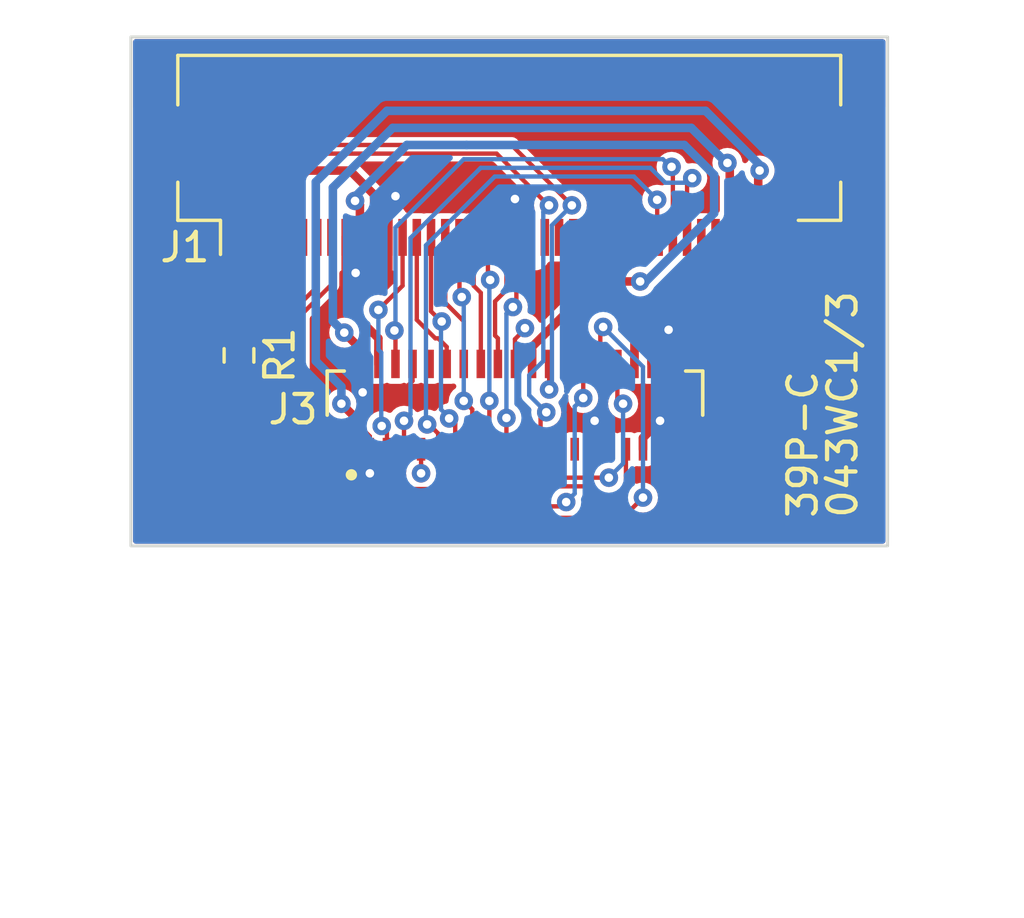
<source format=kicad_pcb>
(kicad_pcb (version 20240108) (generator "pcbnew") (generator_version "8.0")
  (layers (0 "F.Cu" signal) (31 "B.Cu" signal) (34 "B.Paste" user) (35 "F.Paste" user) (36 "B.SilkS" user "B.Silkscreen") (37 "F.SilkS" user "F.Silkscreen") (38 "B.Mask" user) (39 "F.Mask" user) (44 "Edge.Cuts" user))
  (net 0 "")
  (net 1 "VGL")
  (net 2 "GND")
  (net 3 "VGH")
  (net 4 "VCOM")
  (net 5 "VPOS")
  (net 6 "VNEG")
  (net 7 "+3V3")
  (net 10 "/BORDER")
  (net 14 "/GDOE")
  (net 15 "/GDCLK")
  (net 16 "/GDSP")
  (net 17 "/ESDCLK")
  (net 18 "/ED0")
  (net 19 "/ED8")
  (net 20 "/ED1")
  (net 21 "/ED9")
  (net 22 "/ED2")
  (net 23 "/ED10")
  (net 24 "/ED3")
  (net 25 "/ED11")
  (net 26 "/ED4")
  (net 27 "/ED12")
  (net 28 "/ED5")
  (net 29 "/ED13")
  (net 30 "/ED6")
  (net 31 "/ED14")
  (net 32 "/ED7")
  (net 33 "/ED15")
  (net 34 "/SDCE0")
  (net 35 "/ESDLE")
  (net 36 "/ESDOE")
  (net 47 "Net-(J3-Pin_30)")
  (net 49 "unconnected-(J3-Pin_9-Pad9)")
  (net 51 "unconnected-(J3-Pin_20-Pad20)")
  (footprint "footprints:Hirose_FH12-40S-0.5SH_1x40-1MP_P0.50mm_Horizontal_Reversed" (layer "F.Cu") (at 165.9 78.15 180)
    (property "Reference" "J1" (at 11.4 -2.25 0) (layer "F.SilkS"))
    (property "Value" "FH12-40S-0.5SH")
    (fp_line (start 11.65 4.5) (end 11.65 2.76) (stroke (width 0.12)) (layer "F.SilkS"))
    (fp_line (start 11.65 -1.3) (end 11.65 0.04) (stroke (width 0.12)) (layer "F.SilkS"))
    (fp_line (start 10.16 -1.3) (end 11.65 -1.3) (stroke (width 0.12)) (layer "F.SilkS"))
    (fp_line (start 10.15 -1.3) (end 10.15 -2.5) (stroke (width 0.12)) (layer "F.SilkS"))
    (fp_line (start -10.16 -1.3) (end -11.65 -1.3) (stroke (width 0.12)) (layer "F.SilkS"))
    (fp_line (start -11.65 4.5) (end 11.65 4.5) (stroke (width 0.12)) (layer "F.SilkS"))
    (fp_line (start -11.65 2.76) (end -11.65 4.5) (stroke (width 0.12)) (layer "F.SilkS"))
    (fp_line (start -11.65 -1.3) (end -11.65 0.04) (stroke (width 0.12)) (layer "F.SilkS"))
    (pad "1" smd rect (at 9.75 -1.9) (size 0.3 1.3) (layers "F.Cu" "F.Paste" "F.Mask") (net 1 "VGL"))
    (pad "2" smd rect (at 9.25 -1.9) (size 0.3 1.3) (layers "F.Cu" "F.Paste" "F.Mask"))
    (pad "3" smd rect (at 8.75 -1.9) (size 0.3 1.3) (layers "F.Cu" "F.Paste" "F.Mask") (net 3 "VGH"))
    (pad "4" smd rect (at 8.25 -1.9) (size 0.3 1.3) (layers "F.Cu" "F.Paste" "F.Mask"))
    (pad "5" smd rect (at 7.75 -1.9) (size 0.3 1.3) (layers "F.Cu" "F.Paste" "F.Mask") (net 7 "+3V3"))
    (pad "6" smd rect (at 7.25 -1.9) (size 0.3 1.3) (layers "F.Cu" "F.Paste" "F.Mask") (net 14 "/GDOE"))
    (pad "7" smd rect (at 6.75 -1.9) (size 0.3 1.3) (layers "F.Cu" "F.Paste" "F.Mask") (net 15 "/GDCLK"))
    (pad "8" smd rect (at 6.25 -1.9) (size 0.3 1.3) (layers "F.Cu" "F.Paste" "F.Mask") (net 16 "/GDSP"))
    (pad "9" smd rect (at 5.75 -1.9) (size 0.3 1.3) (layers "F.Cu" "F.Paste" "F.Mask") (net 2 "GND"))
    (pad "10" smd rect (at 5.25 -1.9) (size 0.3 1.3) (layers "F.Cu" "F.Paste" "F.Mask") (net 4 "VCOM"))
    (pad "11" smd rect (at 4.75 -1.9) (size 0.3 1.3) (layers "F.Cu" "F.Paste" "F.Mask") (net 7 "+3V3"))
    (pad "12" smd rect (at 4.25 -1.9) (size 0.3 1.3) (layers "F.Cu" "F.Paste" "F.Mask") (net 2 "GND"))
    (pad "13" smd rect (at 3.75 -1.9) (size 0.3 1.3) (layers "F.Cu" "F.Paste" "F.Mask") (net 17 "/ESDCLK"))
    (pad "14" smd rect (at 3.25 -1.9) (size 0.3 1.3) (layers "F.Cu" "F.Paste" "F.Mask") (net 18 "/ED0"))
    (pad "15" smd rect (at 2.75 -1.9) (size 0.3 1.3) (layers "F.Cu" "F.Paste" "F.Mask") (net 20 "/ED1"))
    (pad "16" smd rect (at 2.25 -1.9) (size 0.3 1.3) (layers "F.Cu" "F.Paste" "F.Mask") (net 22 "/ED2"))
    (pad "17" smd rect (at 1.75 -1.9) (size 0.3 1.3) (layers "F.Cu" "F.Paste" "F.Mask") (net 24 "/ED3"))
    (pad "18" smd rect (at 1.25 -1.9) (size 0.3 1.3) (layers "F.Cu" "F.Paste" "F.Mask") (net 26 "/ED4"))
    (pad "19" smd rect (at 0.75 -1.9) (size 0.3 1.3) (layers "F.Cu" "F.Paste" "F.Mask") (net 28 "/ED5"))
    (pad "20" smd rect (at 0.25 -1.9) (size 0.3 1.3) (layers "F.Cu" "F.Paste" "F.Mask") (net 30 "/ED6"))
    (pad "21" smd rect (at -0.25 -1.9) (size 0.3 1.3) (layers "F.Cu" "F.Paste" "F.Mask") (net 32 "/ED7"))
    (pad "22" smd rect (at -0.75 -1.9) (size 0.3 1.3) (layers "F.Cu" "F.Paste" "F.Mask") (net 2 "GND"))
    (pad "23" smd rect (at -1.25 -1.9) (size 0.3 1.3) (layers "F.Cu" "F.Paste" "F.Mask") (net 19 "/ED8"))
    (pad "24" smd rect (at -1.75 -1.9) (size 0.3 1.3) (layers "F.Cu" "F.Paste" "F.Mask") (net 21 "/ED9"))
    (pad "25" smd rect (at -2.25 -1.9) (size 0.3 1.3) (layers "F.Cu" "F.Paste" "F.Mask") (net 23 "/ED10"))
    (pad "26" smd rect (at -2.75 -1.9) (size 0.3 1.3) (layers "F.Cu" "F.Paste" "F.Mask") (net 25 "/ED11"))
    (pad "27" smd rect (at -3.25 -1.9) (size 0.3 1.3) (layers "F.Cu" "F.Paste" "F.Mask") (net 27 "/ED12"))
    (pad "28" smd rect (at -3.75 -1.9) (size 0.3 1.3) (layers "F.Cu" "F.Paste" "F.Mask") (net 29 "/ED13"))
    (pad "29" smd rect (at -4.25 -1.9) (size 0.3 1.3) (layers "F.Cu" "F.Paste" "F.Mask") (net 31 "/ED14"))
    (pad "30" smd rect (at -4.75 -1.9) (size 0.3 1.3) (layers "F.Cu" "F.Paste" "F.Mask") (net 33 "/ED15"))
    (pad "31" smd rect (at -5.25 -1.9) (size 0.3 1.3) (layers "F.Cu" "F.Paste" "F.Mask") (net 34 "/SDCE0"))
    (pad "32" smd rect (at -5.75 -1.9) (size 0.3 1.3) (layers "F.Cu" "F.Paste" "F.Mask") (net 35 "/ESDLE"))
    (pad "33" smd rect (at -6.25 -1.9) (size 0.3 1.3) (layers "F.Cu" "F.Paste" "F.Mask") (net 36 "/ESDOE"))
    (pad "34" smd rect (at -6.75 -1.9) (size 0.3 1.3) (layers "F.Cu" "F.Paste" "F.Mask"))
    (pad "35" smd rect (at -7.25 -1.9) (size 0.3 1.3) (layers "F.Cu" "F.Paste" "F.Mask"))
    (pad "36" smd rect (at -7.75 -1.9) (size 0.3 1.3) (layers "F.Cu" "F.Paste" "F.Mask") (net 5 "VPOS"))
    (pad "37" smd rect (at -8.25 -1.9) (size 0.3 1.3) (layers "F.Cu" "F.Paste" "F.Mask"))
    (pad "38" smd rect (at -8.75 -1.9) (size 0.3 1.3) (layers "F.Cu" "F.Paste" "F.Mask") (net 6 "VNEG"))
    (pad "39" smd rect (at -9.25 -1.9) (size 0.3 1.3) (layers "F.Cu" "F.Paste" "F.Mask"))
    (pad "40" smd rect (at -9.75 -1.9) (size 0.3 1.3) (layers "F.Cu" "F.Paste" "F.Mask") (net 10 "/BORDER"))
    (pad "MP" smd rect (at -11.65 1.4 180) (size 1.8 2.2) (layers "F.Cu" "F.Paste" "F.Mask") (net 2 "GND"))
    (pad "MP" smd rect (at 11.65 1.4 180) (size 1.8 2.2) (layers "F.Cu" "F.Paste" "F.Mask") (net 2 "GND"))
  )
  (footprint "Resistor_SMD:R_0603_1608Metric" (layer "F.Cu") (at 156.4 84.2 -90)
    (property "Reference" "R1" (at 0 -1.43 90) (layer "F.SilkS"))
    (property "Value" "1K")
    (fp_line (start -0.237258 0.5225) (end 0.237258 0.5225) (stroke (width 0.12)) (layer "F.SilkS"))
    (fp_line (start -0.237258 -0.5225) (end 0.237258 -0.5225) (stroke (width 0.12)) (layer "F.SilkS"))
    (pad "1" smd roundrect (at -0.825 0 270) (size 0.8 0.95) (layers "F.Cu" "F.Paste" "F.Mask") (net 7 "+3V3"))
    (pad "2" smd roundrect (at 0.825 0 270) (size 0.8 0.95) (layers "F.Cu" "F.Paste" "F.Mask") (net 47 "Net-(J3-Pin_30)"))
  )
  (footprint "footprints:HRS_FH26W-39S-0.3SHW(60)" (layer "F.Cu") (at 166.1 86.1)
    (property "Reference" "J3" (at -7.8 0 0) (layer "F.SilkS"))
    (property "Value" "10064555-392120HLF")
    (fp_line (start -6.6 -1.35) (end -6 -1.35) (stroke (width 0.127)) (layer "F.SilkS"))
    (fp_line (start -6.6 0.2) (end -6.6 -1.35) (stroke (width 0.127)) (layer "F.SilkS"))
    (fp_line (start 6.6 -1.35) (end 6 -1.35) (stroke (width 0.127)) (layer "F.SilkS"))
    (fp_line (start 6.6 0.2) (end 6.6 -1.35) (stroke (width 0.127)) (layer "F.SilkS"))
    (fp_circle (center -5.75 2.3) (end -5.65 2.3) (stroke (width 0.2)) (fill none) (layer "F.SilkS"))
    (pad "1" smd rect (at -5.7 1.4) (size 0.3 0.8) (layers "F.Cu" "F.Paste" "F.Mask") (net 6 "VNEG"))
    (pad "2" smd rect (at -5.4 -1.6) (size 0.3 1) (layers "F.Cu" "F.Paste" "F.Mask") (net 5 "VPOS"))
    (pad "3" smd rect (at -5.1 1.4) (size 0.3 0.8) (layers "F.Cu" "F.Paste" "F.Mask") (net 2 "GND"))
    (pad "4" smd rect (at -4.8 -1.6) (size 0.3 1) (layers "F.Cu" "F.Paste" "F.Mask") (net 7 "+3V3"))
    (pad "5" smd rect (at -4.5 1.4) (size 0.3 0.8) (layers "F.Cu" "F.Paste" "F.Mask") (net 17 "/ESDCLK"))
    (pad "6" smd rect (at -4.2 -1.6) (size 0.3 1) (layers "F.Cu" "F.Paste" "F.Mask") (net 35 "/ESDLE"))
    (pad "7" smd rect (at -3.9 1.4) (size 0.3 0.8) (layers "F.Cu" "F.Paste" "F.Mask") (net 36 "/ESDOE"))
    (pad "8" smd rect (at -3.6 -1.6) (size 0.3 1) (layers "F.Cu" "F.Paste" "F.Mask"))
    (pad "9" smd rect (at -3.3 1.4) (size 0.3 0.8) (layers "F.Cu" "F.Paste" "F.Mask") (net 49 "unconnected-(J3-Pin_9-Pad9)"))
    (pad "10" smd rect (at -3 -1.6) (size 0.3 1) (layers "F.Cu" "F.Paste" "F.Mask"))
    (pad "11" smd rect (at -2.7 1.4) (size 0.3 0.8) (layers "F.Cu" "F.Paste" "F.Mask") (net 34 "/SDCE0"))
    (pad "12" smd rect (at -2.4 -1.6) (size 0.3 1) (layers "F.Cu" "F.Paste" "F.Mask") (net 18 "/ED0"))
    (pad "13" smd rect (at -2.1 1.4) (size 0.3 0.8) (layers "F.Cu" "F.Paste" "F.Mask") (net 20 "/ED1"))
    (pad "14" smd rect (at -1.8 -1.6) (size 0.3 1) (layers "F.Cu" "F.Paste" "F.Mask") (net 22 "/ED2"))
    (pad "15" smd rect (at -1.5 1.4) (size 0.3 0.8) (layers "F.Cu" "F.Paste" "F.Mask") (net 24 "/ED3"))
    (pad "16" smd rect (at -1.2 -1.6) (size 0.3 1) (layers "F.Cu" "F.Paste" "F.Mask") (net 26 "/ED4"))
    (pad "17" smd rect (at -0.9 1.4) (size 0.3 0.8) (layers "F.Cu" "F.Paste" "F.Mask") (net 28 "/ED5"))
    (pad "18" smd rect (at -0.6 -1.6) (size 0.3 1) (layers "F.Cu" "F.Paste" "F.Mask") (net 30 "/ED6"))
    (pad "19" smd rect (at -0.3 1.4) (size 0.3 0.8) (layers "F.Cu" "F.Paste" "F.Mask") (net 32 "/ED7"))
    (pad "20" smd rect (at 0 -1.6) (size 0.3 1) (layers "F.Cu" "F.Paste" "F.Mask") (net 51 "unconnected-(J3-Pin_20-Pad20)"))
    (pad "21" smd rect (at 0.3 1.4) (size 0.3 0.8) (layers "F.Cu" "F.Paste" "F.Mask"))
    (pad "22" smd rect (at 0.6 -1.6) (size 0.3 1) (layers "F.Cu" "F.Paste" "F.Mask") (net 4 "VCOM"))
    (pad "23" smd rect (at 0.9 1.4) (size 0.3 0.8) (layers "F.Cu" "F.Paste" "F.Mask") (net 3 "VGH"))
    (pad "24" smd rect (at 1.2 -1.6) (size 0.3 1) (layers "F.Cu" "F.Paste" "F.Mask") (net 1 "VGL"))
    (pad "25" smd rect (at 1.5 1.4) (size 0.3 0.8) (layers "F.Cu" "F.Paste" "F.Mask"))
    (pad "26" smd rect (at 1.8 -1.6) (size 0.3 1) (layers "F.Cu" "F.Paste" "F.Mask"))
    (pad "27" smd rect (at 2.1 1.4) (size 0.3 0.8) (layers "F.Cu" "F.Paste" "F.Mask"))
    (pad "28" smd rect (at 2.4 -1.6) (size 0.3 1) (layers "F.Cu" "F.Paste" "F.Mask") (net 14 "/GDOE"))
    (pad "29" smd rect (at 2.7 1.4) (size 0.3 0.8) (layers "F.Cu" "F.Paste" "F.Mask"))
    (pad "30" smd rect (at 3 -1.6) (size 0.3 1) (layers "F.Cu" "F.Paste" "F.Mask") (net 47 "Net-(J3-Pin_30)"))
    (pad "31" smd rect (at 3.3 1.4) (size 0.3 0.8) (layers "F.Cu" "F.Paste" "F.Mask"))
    (pad "32" smd rect (at 3.6 -1.6) (size 0.3 1) (layers "F.Cu" "F.Paste" "F.Mask") (net 16 "/GDSP"))
    (pad "33" smd rect (at 3.9 1.4) (size 0.3 0.8) (layers "F.Cu" "F.Paste" "F.Mask") (net 15 "/GDCLK"))
    (pad "34" smd rect (at 4.2 -1.6) (size 0.3 1) (layers "F.Cu" "F.Paste" "F.Mask") (net 10 "/BORDER"))
    (pad "35" smd rect (at 4.5 1.4) (size 0.3 0.8) (layers "F.Cu" "F.Paste" "F.Mask"))
    (pad "36" smd rect (at 4.8 -1.6) (size 0.3 1) (layers "F.Cu" "F.Paste" "F.Mask"))
    (pad "37" smd rect (at 5.1 1.4) (size 0.3 0.8) (layers "F.Cu" "F.Paste" "F.Mask"))
    (pad "38" smd rect (at 5.4 -1.6) (size 0.3 1) (layers "F.Cu" "F.Paste" "F.Mask"))
    (pad "39" smd rect (at 5.7 1.4) (size 0.3 0.8) (layers "F.Cu" "F.Paste" "F.Mask") (net 2 "GND"))
    (pad "S1" smd rect (at -6.4 1.125) (size 0.4 0.95) (layers "F.Cu" "F.Paste" "F.Mask"))
    (pad "S2" smd rect (at 6.4 1.125) (size 0.4 0.95) (layers "F.Cu" "F.Paste" "F.Mask"))
  )
  (gr_rect (start 152.6 73) (end 179.2 90.9) (stroke (width 0.1)) (fill none) (layer "Edge.Cuts"))
  (gr_text "043WC1/3" (at 178.2 90 90) (layer "F.SilkS") (effects (font (size 1 1)) (justify left bottom)))
  (gr_text "39P-C" (at 176.8 90 90) (layer "F.SilkS") (effects (font (size 1 1)) (justify left bottom)))
  (segment (start 157.5 76.8) (end 156.15 78.15) (width 0.1524) (layer "F.Cu") (net 1))
  (segment (start 156.15 78.15) (end 156.15 80.05) (width 0.1524) (layer "F.Cu") (net 1))
  (segment (start 167.3 84.5) (end 167.3 85.4) (width 0.1524) (layer "F.Cu") (net 1))
  (segment (start 168.1 78.923098) (end 165.976902 76.8) (width 0.1524) (layer "F.Cu") (net 1))
  (segment (start 165.976902 76.8) (end 157.5 76.8) (width 0.1524) (layer "F.Cu") (net 1))
  (via (at 168.1 78.923098) (size 0.65) (drill 0.3) (layers "F.Cu" "B.Cu") (net 1))
  (via (at 167.3 85.4) (size 0.65) (drill 0.3) (layers "F.Cu" "B.Cu") (net 1))
  (segment (start 168.1 78.923098) (end 167.4 79.623098) (width 0.1524) (layer "B.Cu") (net 1))
  (segment (start 167.4 79.623098) (end 167.4 85.3) (width 0.1524) (layer "B.Cu") (net 1))
  (segment (start 167.4 85.3) (end 167.3 85.4) (width 0.1524) (layer "B.Cu") (net 1))
  (segment (start 168.8 86.6) (end 168.9 86.5) (width 0.3) (layer "F.Cu") (net 2))
  (segment (start 171.2 87.5) (end 171.2 86.5) (width 0.3) (layer "F.Cu") (net 2))
  (segment (start 166.65 78.85) (end 166.6 78.8) (width 0.1524) (layer "F.Cu") (net 2))
  (segment (start 160.95 86.15) (end 161.4 85.7) (width 0.1524) (layer "F.Cu") (net 2))
  (segment (start 170.6 87.1) (end 171.2 86.5) (width 0.3) (layer "F.Cu") (net 2))
  (segment (start 169.4 87) (end 168.9 86.5) (width 0.3) (layer "F.Cu") (net 2))
  (segment (start 171.1 83.3) (end 171.5 83.3) (width 0.3) (layer "F.Cu") (net 2))
  (segment (start 160.15 81.05) (end 160.474392 81.374392) (width 0.1524) (layer "F.Cu") (net 2))
  (segment (start 170.9 83.5) (end 171.1 83.3) (width 0.3) (layer "F.Cu") (net 2))
  (segment (start 170.6 87.5) (end 170.6 87.1) (width 0.3) (layer "F.Cu") (net 2))
  (segment (start 160.8 86.846863) (end 160.8 86.3) (width 0.1524) (layer "F.Cu") (net 2))
  (segment (start 166.4 78.8) (end 166.2 78.8) (width 0.1524) (layer "F.Cu") (net 2))
  (segment (start 161.8 78.6) (end 161.9 78.6) (width 0.1524) (layer "F.Cu") (net 2))
  (segment (start 161 88.3719) (end 161 88.3469) (width 0.1524) (layer "F.Cu") (net 2))
  (segment (start 161.65 80.05) (end 161.65 78.75) (width 0.1524) (layer "F.Cu") (net 2))
  (segment (start 161 87.046863) (end 160.8 86.846863) (width 0.1524) (layer "F.Cu") (net 2))
  (segment (start 160.474392 81.374392) (end 160.5 81.348784) (width 0.1524) (layer "F.Cu") (net 2))
  (segment (start 168.8 87.5) (end 168.8 86.6) (width 0.3) (layer "F.Cu") (net 2))
  (segment (start 166.6 78.8) (end 166.4 78.8) (width 0.1524) (layer "F.Cu") (net 2))
  (segment (start 171.8 87.1) (end 171.2 86.5) (width 0.3) (layer "F.Cu") (net 2))
  (segment (start 161.4 85.7) (end 161.9 85.7) (width 0.1524) (layer "F.Cu") (net 2))
  (segment (start 162.5 84.5) (end 162.5 85.1) (width 0.1524) (layer "F.Cu") (net 2))
  (segment (start 161 87.5) (end 161 87.046863) (width 0.1524) (layer "F.Cu") (net 2))
  (segment (start 160.95 86.15) (end 160.95 85.7036) (width 0.1524) (layer "F.Cu") (net 2))
  (segment (start 160.8 86.3) (end 160.95 86.15) (width 0.1524) (layer "F.Cu") (net 2))
  (segment (start 170.9 84.5) (end 170.9 83.5) (width 0.3) (layer "F.Cu") (net 2))
  (segment (start 166.65 80.05) (end 166.65 78.85) (width 0.1524) (layer "F.Cu") (net 2))
  (segment (start 161 87.5) (end 161 88.3719) (width 0.1524) (layer "F.Cu") (net 2))
  (segment (start 171.8 87.5) (end 171.8 87.1) (width 0.3) (layer "F.Cu") (net 2))
  (segment (start 162.5 85.1) (end 161.9 85.7) (width 0.1524) (layer "F.Cu") (net 2))
  (segment (start 166.2 78.8) (end 166.1 78.7) (width 0.1524) (layer "F.Cu") (net 2))
  (segment (start 160.5 81.348784) (end 160.5 81.3) (width 0.1524) (layer "F.Cu") (net 2))
  (segment (start 169.4 87.5) (end 169.4 87) (width 0.3) (layer "F.Cu") (net 2))
  (segment (start 160.15 80.05) (end 160.15 81.05) (width 0.1524) (layer "F.Cu") (net 2))
  (segment (start 171.5 84.5) (end 171.5 83.3) (width 0.3) (layer "F.Cu") (net 2))
  (segment (start 160.95 85.7036) (end 160.7464 85.5) (width 0.1524) (layer "F.Cu") (net 2))
  (segment (start 161.65 78.75) (end 161.8 78.6) (width 0.1524) (layer "F.Cu") (net 2))
  (via (at 168.9 86.5) (size 0.65) (drill 0.3) (layers "F.Cu" "B.Cu") (net 2))
  (via (at 166.1 78.7) (size 0.65) (drill 0.3) (layers "F.Cu" "B.Cu") (net 2))
  (via (at 171.5 83.3) (size 0.65) (drill 0.3) (layers "F.Cu" "B.Cu") (net 2))
  (via (at 161.9 78.6) (size 0.65) (drill 0.3) (layers "F.Cu" "B.Cu") (net 2))
  (via (at 161 88.3469) (size 0.65) (drill 0.3) (layers "F.Cu" "B.Cu") (net 2))
  (via (at 160.7464 85.5) (size 0.65) (drill 0.3) (layers "F.Cu" "B.Cu") (net 2))
  (via (at 171.2 86.5) (size 0.65) (drill 0.3) (layers "F.Cu" "B.Cu") (net 2))
  (via (at 160.5 81.3) (size 0.65) (drill 0.3) (layers "F.Cu" "B.Cu") (net 2))
  (segment (start 157.15 78.25) (end 157.15 80.05) (width 0.1524) (layer "F.Cu") (net 3))
  (segment (start 167.2 86.2) (end 167 86.4) (width 0.1524) (layer "F.Cu") (net 3))
  (segment (start 165.456222 77.10432) (end 158.29568 77.10432) (width 0.1524) (layer "F.Cu") (net 3))
  (segment (start 167 86.4) (end 167 87.5) (width 0.1524) (layer "F.Cu") (net 3))
  (segment (start 167.3 78.948098) (end 165.456222 77.10432) (width 0.1524) (layer "F.Cu") (net 3))
  (segment (start 158.29568 77.10432) (end 157.15 78.25) (width 0.1524) (layer "F.Cu") (net 3))
  (via (at 167.296566 78.921232) (size 0.65) (drill 0.3) (layers "F.Cu" "B.Cu") (net 3))
  (via (at 167.2 86.2) (size 0.65) (drill 0.3) (layers "F.Cu" "B.Cu") (net 3))
  (segment (start 167.3 78.924666) (end 167.296566 78.921232) (width 0.1524) (layer "B.Cu") (net 3))
  (segment (start 167.3 78.948098) (end 167.3 78.924666) (width 0.1524) (layer "B.Cu") (net 3))
  (segment (start 167.09568 79.152418) (end 167.09568 84.4) (width 0.1524) (layer "B.Cu") (net 3))
  (segment (start 166.6 84.89568) (end 166.6 85.6) (width 0.1524) (layer "B.Cu") (net 3))
  (segment (start 166.6 85.6) (end 167.2 86.2) (width 0.1524) (layer "B.Cu") (net 3))
  (segment (start 167.3 78.948098) (end 167.09568 79.152418) (width 0.1524) (layer "B.Cu") (net 3))
  (segment (start 167.09568 84.4) (end 166.6 84.89568) (width 0.1524) (layer "B.Cu") (net 3))
  (segment (start 169 81.6) (end 166.7 83.9) (width 0.3) (layer "F.Cu") (net 4))
  (segment (start 160.474392 78.725608) (end 160.478603 78.729819) (width 0.3) (layer "F.Cu") (net 4))
  (segment (start 170.5 81.6) (end 169 81.6) (width 0.3) (layer "F.Cu") (net 4))
  (segment (start 160.65 80.05) (end 160.65 78.901216) (width 0.3) (layer "F.Cu") (net 4))
  (segment (start 166.7 83.9) (end 166.7 84.5) (width 0.3) (layer "F.Cu") (net 4))
  (segment (start 160.65 78.901216) (end 160.474392 78.725608) (width 0.3) (layer "F.Cu") (net 4))
  (segment (start 160.478603 78.729819) (end 160.478603 78.765881) (width 0.3) (layer "F.Cu") (net 4))
  (via (at 160.478603 78.765881) (size 0.65) (drill 0.3) (layers "F.Cu" "B.Cu") (net 4))
  (via (at 170.5 81.6) (size 0.65) (drill 0.3) (layers "F.Cu" "B.Cu") (net 4))
  (segment (start 172.94027 77.689132) (end 172.94027 77.692208) (width 0.3) (layer "B.Cu") (net 4))
  (segment (start 164.4 76.8) (end 172.051138 76.8) (width 0.3) (layer "B.Cu") (net 4))
  (segment (start 173.1 77.851938) (end 173.1 79.2) (width 0.3) (layer "B.Cu") (net 4))
  (segment (start 173.1 79.2) (end 170.7 81.6) (width 0.3) (layer "B.Cu") (net 4))
  (segment (start 160.478603 78.621397) (end 162.1 77) (width 0.3) (layer "B.Cu") (net 4))
  (segment (start 172.94027 77.692208) (end 173.1 77.851938) (width 0.3) (layer "B.Cu") (net 4))
  (segment (start 170.7 81.6) (end 170.5 81.6) (width 0.3) (layer "B.Cu") (net 4))
  (segment (start 162.1 77) (end 162.3 76.8) (width 0.3) (layer "B.Cu") (net 4))
  (segment (start 160.478603 78.765881) (end 160.478603 78.621397) (width 0.3) (layer "B.Cu") (net 4))
  (segment (start 172.051138 76.8) (end 172.94027 77.689132) (width 0.3) (layer "B.Cu") (net 4))
  (segment (start 162.3 76.8) (end 164.4 76.8) (width 0.3) (layer "B.Cu") (net 4))
  (segment (start 173.56767 77.46767) (end 173.56767 77.43233) (width 0.3) (layer "F.Cu") (net 5))
  (segment (start 160.7 84) (end 160.1 83.4) (width 0.3) (layer "F.Cu") (net 5))
  (segment (start 173.65 77.55) (end 173.56767 77.46767) (width 0.3) (layer "F.Cu") (net 5))
  (segment (start 173.65 80.05) (end 173.65 77.55) (width 0.3) (layer "F.Cu") (net 5))
  (segment (start 160.7 84.5) (end 160.7 84) (width 0.3) (layer "F.Cu") (net 5))
  (via (at 173.56767 77.43233) (size 0.65) (drill 0.3) (layers "F.Cu" "B.Cu") (net 5))
  (via (at 160.1 83.4) (size 0.65) (drill 0.3) (layers "F.Cu" "B.Cu") (net 5))
  (segment (start 160.1 83.4) (end 159.7 83) (width 0.3) (layer "B.Cu") (net 5))
  (segment (start 159.7 83) (end 159.7 78.3) (width 0.3) (layer "B.Cu") (net 5))
  (segment (start 161.8 76.2) (end 172.3 76.2) (width 0.3) (layer "B.Cu") (net 5))
  (segment (start 172.3 76.2) (end 173.6 77.5) (width 0.3) (layer "B.Cu") (net 5))
  (segment (start 159.7 78.3) (end 161.8 76.2) (width 0.3) (layer "B.Cu") (net 5))
  (segment (start 174.65 80.05) (end 174.65 77.75) (width 0.3) (layer "F.Cu") (net 6))
  (segment (start 174.65 77.75) (end 174.7 77.7) (width 0.3) (layer "F.Cu") (net 6))
  (segment (start 160.4 86.3) (end 160.4 87.5) (width 0.3) (layer "F.Cu") (net 6))
  (segment (start 160 85.9) (end 160.4 86.3) (width 0.3) (layer "F.Cu") (net 6))
  (via (at 174.7 77.7) (size 0.65) (drill 0.3) (layers "F.Cu" "B.Cu") (net 6))
  (via (at 160 85.9) (size 0.65) (drill 0.3) (layers "F.Cu" "B.Cu") (net 6))
  (segment (start 160 85.3) (end 159.1 84.4) (width 0.3) (layer "B.Cu") (net 6))
  (segment (start 172.8 75.6) (end 174.7 77.5) (width 0.3) (layer "B.Cu") (net 6))
  (segment (start 161.6 75.6) (end 172.8 75.6) (width 0.3) (layer "B.Cu") (net 6))
  (segment (start 159.1 84.4) (end 159.1 78.1) (width 0.3) (layer "B.Cu") (net 6))
  (segment (start 174.7 77.5) (end 174.7 77.7) (width 0.3) (layer "B.Cu") (net 6))
  (segment (start 160 85.9) (end 160 85.3) (width 0.3) (layer "B.Cu") (net 6))
  (segment (start 159.1 78.1) (end 161.6 75.6) (width 0.3) (layer "B.Cu") (net 6))
  (segment (start 156.4 82.8) (end 158.15 81.05) (width 0.1524) (layer "F.Cu") (net 7))
  (segment (start 161.15 81.55) (end 160.6 82.1) (width 0.3) (layer "F.Cu") (net 7))
  (segment (start 158.15 81.05) (end 158.15 80.05) (width 0.1524) (layer "F.Cu") (net 7))
  (segment (start 158.15 78.35) (end 158.8 77.7) (width 0.3) (layer "F.Cu") (net 7))
  (segment (start 161.3 83.6) (end 161.3 84.5) (width 0.3) (layer "F.Cu") (net 7))
  (segment (start 161.15 80.05) (end 161.15 81.55) (width 0.3) (layer "F.Cu") (net 7))
  (segment (start 161.15 78.55) (end 161.15 80.05) (width 0.3) (layer "F.Cu") (net 7))
  (segment (start 160.3 77.7) (end 161.15 78.55) (width 0.3) (layer "F.Cu") (net 7))
  (segment (start 158.8 77.7) (end 160.3 77.7) (width 0.3) (layer "F.Cu") (net 7))
  (segment (start 160.6 82.1) (end 160.6 82.9) (width 0.3) (layer "F.Cu") (net 7))
  (segment (start 158.15 80.05) (end 158.15 78.35) (width 0.3) (layer "F.Cu") (net 7))
  (segment (start 160.6 82.9) (end 161.3 83.6) (width 0.3) (layer "F.Cu") (net 7))
  (segment (start 156.4 83.375) (end 156.4 82.8) (width 0.1524) (layer "F.Cu") (net 7))
  (segment (start 175 82) (end 171.4 82) (width 0.3) (layer "F.Cu") (net 10))
  (segment (start 170.3 83.1) (end 170.3 84.5) (width 0.3) (layer "F.Cu") (net 10))
  (segment (start 171.4 82) (end 170.3 83.1) (width 0.3) (layer "F.Cu") (net 10))
  (segment (start 175.65 81.35) (end 175 82) (width 0.3) (layer "F.Cu") (net 10))
  (segment (start 175.65 80.05) (end 175.65 81.35) (width 0.3) (layer "F.Cu") (net 10))
  (segment (start 158.65 81.85) (end 158.65 80.05) (width 0.1524) (layer "F.Cu") (net 14))
  (segment (start 159.30864 89.50864) (end 158 88.2) (width 0.1524) (layer "F.Cu") (net 14))
  (segment (start 158 82.5) (end 158.65 81.85) (width 0.1524) (layer "F.Cu") (net 14))
  (segment (start 167.9 89.358411) (end 167.749771 89.50864) (width 0.1524) (layer "F.Cu") (net 14))
  (segment (start 158 88.2) (end 158 82.5) (width 0.1524) (layer "F.Cu") (net 14))
  (segment (start 168.5 85.7) (end 168.5 84.5) (width 0.1524) (layer "F.Cu") (net 14))
  (segment (start 167.749771 89.50864) (end 159.30864 89.50864) (width 0.1524) (layer "F.Cu") (net 14))
  (via (at 167.9 89.358411) (size 0.65) (drill 0.3) (layers "F.Cu" "B.Cu") (net 14))
  (via (at 168.5 85.7) (size 0.65) (drill 0.3) (layers "F.Cu" "B.Cu") (net 14))
  (segment (start 168.2 89.058411) (end 168.2 86) (width 0.1524) (layer "B.Cu") (net 14))
  (segment (start 167.9 89.358411) (end 168.2 89.058411) (width 0.1524) (layer "B.Cu") (net 14))
  (segment (start 168.2 86) (end 168.5 85.7) (width 0.1524) (layer "B.Cu") (net 14))
  (segment (start 170 88.90432) (end 169.7 89.20432) (width 0.1524) (layer "F.Cu") (net 15))
  (segment (start 168.604811 88.804811) (end 166.995189 88.804811) (width 0.1524) (layer "F.Cu") (net 15))
  (segment (start 159.15 81.780374) (end 159.15 80.05) (width 0.1524) (layer "F.Cu") (net 15))
  (segment (start 166.6 89.2) (end 166.6 89.20432) (width 0.1524) (layer "F.Cu") (net 15))
  (segment (start 170 87.5) (end 170 88.90432) (width 0.1524) (layer "F.Cu") (net 15))
  (segment (start 159.434694 89.20432) (end 158.30432 88.073946) (width 0.1524) (layer "F.Cu") (net 15))
  (segment (start 166.6 89.20432) (end 159.434694 89.20432) (width 0.1524) (layer "F.Cu") (net 15))
  (segment (start 166.995189 88.804811) (end 166.6 89.2) (width 0.1524) (layer "F.Cu") (net 15))
  (segment (start 169.7 89.20432) (end 169.00432 89.20432) (width 0.1524) (layer "F.Cu") (net 15))
  (segment (start 158.30432 82.626054) (end 159.15 81.780374) (width 0.1524) (layer "F.Cu") (net 15))
  (segment (start 169.00432 89.20432) (end 168.604811 88.804811) (width 0.1524) (layer "F.Cu") (net 15))
  (segment (start 158.30432 88.073946) (end 158.30432 82.626054) (width 0.1524) (layer "F.Cu") (net 15))
  (segment (start 166.4 88.9) (end 159.560748 88.9) (width 0.1524) (layer "F.Cu") (net 16))
  (segment (start 166.799989 88.500011) (end 166.4 88.9) (width 0.1524) (layer "F.Cu") (net 16))
  (segment (start 169.350005 88.550005) (end 169.350006 88.550005) (width 0.1524) (layer "F.Cu") (net 16))
  (segment (start 158.60864 82.752108) (end 159.65 81.710748) (width 0.1524) (layer "F.Cu") (net 16))
  (segment (start 169.7 85.7) (end 169.7 84.5) (width 0.1524) (layer "F.Cu") (net 16))
  (segment (start 158.60864 87.947892) (end 158.60864 82.752108) (width 0.1524) (layer "F.Cu") (net 16))
  (segment (start 159.560748 88.9) (end 158.60864 87.947892) (width 0.1524) (layer "F.Cu") (net 16))
  (segment (start 169.350006 88.550005) (end 169.4 88.500011) (width 0.1524) (layer "F.Cu") (net 16))
  (segment (start 169.4 88.500011) (end 169.350005 88.550005) (width 0.1524) (layer "F.Cu") (net 16))
  (segment (start 169.4 88.500011) (end 166.799989 88.500011) (width 0.1524) (layer "F.Cu") (net 16))
  (segment (start 169.9 85.9) (end 169.7 85.7) (width 0.1524) (layer "F.Cu") (net 16))
  (segment (start 159.65 81.710748) (end 159.65 80.05) (width 0.1524) (layer "F.Cu") (net 16))
  (via (at 169.9 85.9) (size 0.65) (drill 0.3) (layers "F.Cu" "B.Cu") (net 16))
  (via (at 169.4 88.500011) (size 0.65) (drill 0.3) (layers "F.Cu" "B.Cu") (net 16))
  (segment (start 169.9 88.000011) (end 169.4 88.500011) (width 0.1524) (layer "B.Cu") (net 16))
  (segment (start 169.9 85.9) (end 169.9 88.000011) (width 0.1524) (layer "B.Cu") (net 16))
  (segment (start 161.6 86.9) (end 161.4 86.7) (width 0.1524) (layer "F.Cu") (net 17))
  (segment (start 162.15 81.75) (end 162.15 80.05) (width 0.1524) (layer "F.Cu") (net 17))
  (segment (start 161.3 82.6) (end 162.15 81.75) (width 0.1524) (layer "F.Cu") (net 17))
  (segment (start 161.6 87.5) (end 161.6 86.9) (width 0.1524) (layer "F.Cu") (net 17))
  (via (at 161.416834 86.683311) (size 0.65) (drill 0.3) (layers "F.Cu" "B.Cu") (net 17))
  (via (at 161.3 82.6) (size 0.65) (drill 0.3) (layers "F.Cu" "B.Cu") (net 17))
  (segment (start 161.4 84.1) (end 161.3 84) (width 0.1524) (layer "B.Cu") (net 17))
  (segment (start 161.416834 86.683311) (end 161.4 86.666477) (width 0.1524) (layer "B.Cu") (net 17))
  (segment (start 161.4 86.666477) (end 161.4 84.1) (width 0.1524) (layer "B.Cu") (net 17))
  (segment (start 161.3 84) (end 161.3 82.6) (width 0.1524) (layer "B.Cu") (net 17))
  (segment (start 163.7 84.5) (end 163.7 83.9) (width 0.1524) (layer "F.Cu") (net 18))
  (segment (start 163.4 83.6) (end 163.3 83.6) (width 0.1524) (layer "F.Cu") (net 18))
  (segment (start 163.7 83.9) (end 163.4 83.6) (width 0.1524) (layer "F.Cu") (net 18))
  (segment (start 162.65 82.95) (end 162.65 80.05) (width 0.1524) (layer "F.Cu") (net 18))
  (segment (start 163.3 83.6) (end 162.65 82.95) (width 0.1524) (layer "F.Cu") (net 18))
  (segment (start 163.517798 83) (end 163.525 83.007202) (width 0.1524) (layer "F.Cu") (net 20))
  (segment (start 163.15 82.65) (end 163.15 80.05) (width 0.1524) (layer "F.Cu") (net 20))
  (segment (start 163.5 83) (end 163.15 82.65) (width 0.1524) (layer "F.Cu") (net 20))
  (segment (start 163.8 86.4) (end 164 86.6) (width 0.1524) (layer "F.Cu") (net 20))
  (segment (start 163.5 83) (end 163.517798 83) (width 0.1524) (layer "F.Cu") (net 20))
  (segment (start 164 86.6) (end 164 87.5) (width 0.1524) (layer "F.Cu") (net 20))
  (via (at 163.525 83.007202) (size 0.65) (drill 0.3) (layers "F.Cu" "B.Cu") (net 20))
  (via (at 163.786634 86.416039) (size 0.65) (drill 0.3) (layers "F.Cu" "B.Cu") (net 20))
  (segment (start 163.8 86.402673) (end 163.786634 86.416039) (width 0.1524) (layer "B.Cu") (net 20))
  (segment (start 163.5 86.1) (end 163.8 86.4) (width 0.1524) (layer "B.Cu") (net 20))
  (segment (start 163.8 86.4) (end 163.8 86.402673) (width 0.1524) (layer "B.Cu") (net 20))
  (segment (start 163.5 83) (end 163.5 86.1) (width 0.1524) (layer "B.Cu") (net 20))
  (segment (start 164.3 84.5) (end 164.3 83) (width 0.1524) (layer "F.Cu") (net 22))
  (segment (start 163.65 82.35) (end 163.65 80.05) (width 0.1524) (layer "F.Cu") (net 22))
  (segment (start 164.3 83) (end 163.65 82.35) (width 0.1524) (layer "F.Cu") (net 22))
  (segment (start 164.15 82.103152) (end 164.15 80.05) (width 0.1524) (layer "F.Cu") (net 24))
  (segment (start 164.212474 82.165626) (end 164.15 82.103152) (width 0.1524) (layer "F.Cu") (net 24))
  (segment (start 164.212474 82.165626) (end 164.230151 82.147949) (width 0.1524) (layer "F.Cu") (net 24))
  (segment (start 164.6 86.1) (end 164.6 87.5) (width 0.1524) (layer "F.Cu") (net 24))
  (segment (start 164.3 85.8) (end 164.6 86.1) (width 0.1524) (layer "F.Cu") (net 24))
  (via (at 164.3 85.8) (size 0.65) (drill 0.3) (layers "F.Cu" "B.Cu") (net 24))
  (via (at 164.230151 82.147949) (size 0.65) (drill 0.3) (layers "F.Cu" "B.Cu") (net 24))
  (segment (start 164.212474 82.165626) (end 164.3 82.253152) (width 0.1524) (layer "B.Cu") (net 24))
  (segment (start 164.3 82.253152) (end 164.3 85.8) (width 0.1524) (layer "B.Cu") (net 24))
  (segment (start 164.9 82) (end 164.9 84.5) (width 0.1524) (layer "F.Cu") (net 26))
  (segment (start 164.65 80.05) (end 164.65 81.75) (width 0.1524) (layer "F.Cu") (net 26))
  (segment (start 164.65 81.75) (end 164.9 82) (width 0.1524) (layer "F.Cu") (net 26))
  (segment (start 165.1781 81.6) (end 165.15 81.5719) (width 0.1524) (layer "F.Cu") (net 28))
  (segment (start 165.228601 81.549499) (end 165.228601 81.546399) (width 0.1524) (layer "F.Cu") (net 28))
  (segment (start 165.1781 81.6) (end 165.228601 81.549499) (width 0.1524) (layer "F.Cu") (net 28))
  (segment (start 165.15 81.5719) (end 165.15 80.05) (width 0.1524) (layer "F.Cu") (net 28))
  (segment (start 165.2 85.8) (end 165.2 87.5) (width 0.1524) (layer "F.Cu") (net 28))
  (via (at 165.228601 81.546399) (size 0.65) (drill 0.3) (layers "F.Cu" "B.Cu") (net 28))
  (via (at 165.2 85.8) (size 0.65) (drill 0.3) (layers "F.Cu" "B.Cu") (net 28))
  (segment (start 165.1781 81.6) (end 165.2 81.6219) (width 0.1524) (layer "B.Cu") (net 28))
  (segment (start 165.2 81.6219) (end 165.2 85.8) (width 0.1524) (layer "B.Cu") (net 28))
  (segment (start 165.8 81.25432) (end 165.8 81.9) (width 0.1524) (layer "F.Cu") (net 30))
  (segment (start 165.65 80.05) (end 165.65 81.10432) (width 0.1524) (layer "F.Cu") (net 30))
  (segment (start 165.4 82.3) (end 165.4 83.5) (width 0.1524) (layer "F.Cu") (net 30))
  (segment (start 165.5 83.6) (end 165.5 84.5) (width 0.1524) (layer "F.Cu") (net 30))
  (segment (start 165.8 81.9) (end 165.4 82.3) (width 0.1524) (layer "F.Cu") (net 30))
  (segment (start 165.4 83.5) (end 165.5 83.6) (width 0.1524) (layer "F.Cu") (net 30))
  (segment (start 165.65 81.10432) (end 165.8 81.25432) (width 0.1524) (layer "F.Cu") (net 30))
  (segment (start 166.15 82.3781) (end 166.15 80.05) (width 0.1524) (layer "F.Cu") (net 32))
  (segment (start 166.0281 82.5) (end 166.15 82.3781) (width 0.1524) (layer "F.Cu") (net 32))
  (segment (start 165.8 86.4) (end 165.8 87.5) (width 0.1524) (layer "F.Cu") (net 32))
  (via (at 166.0281 82.5) (size 0.65) (drill 0.3) (layers "F.Cu" "B.Cu") (net 32))
  (via (at 165.8 86.4) (size 0.65) (drill 0.3) (layers "F.Cu" "B.Cu") (net 32))
  (segment (start 165.8 82.7281) (end 165.8 86.4) (width 0.1524) (layer "B.Cu") (net 32))
  (segment (start 166.0281 82.5) (end 165.8 82.7281) (width 0.1524) (layer "B.Cu") (net 32))
  (segment (start 163.086683 86.637772) (end 163.090172 86.637772) (width 0.1524) (layer "F.Cu") (net 34))
  (segment (start 171.1 80) (end 171.15 80.05) (width 0.1524) (layer "F.Cu") (net 34))
  (segment (start 163.4 86.9476) (end 163.4 87.5) (width 0.1524) (layer "F.Cu") (net 34))
  (segment (start 163.090172 86.637772) (end 163.4 86.9476) (width 0.1524) (layer "F.Cu") (net 34))
  (segment (start 171.1 78.7281) (end 171.1 80) (width 0.1524) (layer "F.Cu") (net 34))
  (via (at 171.0969 78.7281) (size 0.65) (drill 0.3) (layers "F.Cu" "B.Cu") (net 34))
  (via (at 163.013057 86.627286) (size 0.65) (drill 0.3) (layers "F.Cu" "B.Cu") (net 34))
  (segment (start 170.28054 77.90864) (end 165.39136 77.90864) (width 0.1524) (layer "B.Cu") (net 34))
  (segment (start 162.9719 80.3281) (end 162.9719 86.522989) (width 0.1524) (layer "B.Cu") (net 34))
  (segment (start 165.39136 77.90864) (end 162.9719 80.3281) (width 0.1524) (layer "B.Cu") (net 34))
  (segment (start 163.023543 86.637772) (end 163.013057 86.627286) (width 0.1524) (layer "B.Cu") (net 34))
  (segment (start 163.086683 86.637772) (end 163.023543 86.637772) (width 0.1524) (layer "B.Cu") (net 34))
  (segment (start 171.0969 78.725) (end 170.28054 77.90864) (width 0.1524) (layer "B.Cu") (net 34))
  (segment (start 171.0969 78.7281) (end 171.0969 78.725) (width 0.1524) (layer "B.Cu") (net 34))
  (segment (start 162.9719 86.522989) (end 163.086683 86.637772) (width 0.1524) (layer "B.Cu") (net 34))
  (segment (start 171.65 77.65) (end 171.65 80.05) (width 0.1524) (layer "F.Cu") (net 35))
  (segment (start 171.6 77.6) (end 171.65 77.65) (width 0.1524) (layer "F.Cu") (net 35))
  (segment (start 161.9 84.5) (end 161.9 83.4) (width 0.1524) (layer "F.Cu") (net 35))
  (via (at 161.863258 83.324783) (size 0.65) (drill 0.3) (layers "F.Cu" "B.Cu") (net 35))
  (via (at 171.605175 77.569836) (size 0.65) (drill 0.3) (layers "F.Cu" "B.Cu") (net 35))
  (segment (start 171.3 77.3) (end 164.3 77.3) (width 0.1524) (layer "B.Cu") (net 35))
  (segment (start 164.3 77.3) (end 161.9 79.7) (width 0.1524) (layer "B.Cu") (net 35))
  (segment (start 161.9 83.4) (end 161.863258 83.363258) (width 0.1524) (layer "B.Cu") (net 35))
  (segment (start 171.6 77.575011) (end 171.605175 77.569836) (width 0.1524) (layer "B.Cu") (net 35))
  (segment (start 161.9 79.7) (end 161.9 83.4) (width 0.1524) (layer "B.Cu") (net 35))
  (segment (start 171.6 77.6) (end 171.3 77.3) (width 0.1524) (layer "B.Cu") (net 35))
  (segment (start 171.6 77.6) (end 171.6 77.575011) (width 0.1524) (layer "B.Cu") (net 35))
  (segment (start 161.863258 83.363258) (end 161.863258 83.324783) (width 0.1524) (layer "B.Cu") (net 35))
  (segment (start 172.15 78.058783) (end 172.15 80.05) (width 0.1524) (layer "F.Cu") (net 36))
  (segment (start 172.272522 77.936261) (end 172.300121 77.936261) (width 0.1524) (layer "F.Cu") (net 36))
  (segment (start 172.272522 77.936261) (end 172.15 78.058783) (width 0.1524) (layer "F.Cu") (net 36))
  (segment (start 172.300121 77.936261) (end 172.33041 77.96655) (width 0.1524) (layer "F.Cu") (net 36))
  (segment (start 162.2 86.5) (end 162.2 87.5) (width 0.1524) (layer "F.Cu") (net 36))
  (via (at 172.33041 77.96655) (size 0.65) (drill 0.3) (layers "F.Cu" "B.Cu") (net 36))
  (via (at 162.2 86.5) (size 0.65) (drill 0.3) (layers "F.Cu" "B.Cu") (net 36))
  (segment (start 172.080672 78.128111) (end 172.272522 77.936261) (width 0.1524) (layer "B.Cu") (net 36))
  (segment (start 171.381248 78.128111) (end 172.080672 78.128111) (width 0.1524) (layer "B.Cu") (net 36))
  (segment (start 162.428111 86.271889) (end 162.428111 80.071889) (width 0.1524) (layer "B.Cu") (net 36))
  (segment (start 164.89568 77.60432) (end 170.857457 77.60432) (width 0.1524) (layer "B.Cu") (net 36))
  (segment (start 170.857457 77.60432) (end 171.381248 78.128111) (width 0.1524) (layer "B.Cu") (net 36))
  (segment (start 162.428111 80.071889) (end 164.89568 77.60432) (width 0.1524) (layer "B.Cu") (net 36))
  (segment (start 162.2 86.5) (end 162.25 86.45) (width 0.1524) (layer "B.Cu") (net 36))
  (segment (start 162.25 86.45) (end 162.428111 86.271889) (width 0.1524) (layer "B.Cu") (net 36))
  (segment (start 170.6 89.2) (end 169.887989 89.912011) (width 0.1524) (layer "F.Cu") (net 47))
  (segment (start 169.1 84.5) (end 169.1 83.3) (width 0.1524) (layer "F.Cu") (net 47))
  (segment (start 169.1 83.3) (end 169.2 83.2) (width 0.1524) (layer "F.Cu") (net 47))
  (segment (start 165.4 89.81344) (end 159.182388 89.81344) (width 0.1524) (layer "F.Cu") (net 47))
  (segment (start 165.498571 89.912011) (end 165.4 89.81344) (width 0.1524) (layer "F.Cu") (net 47))
  (segment (start 159.182388 89.81344) (end 156.4 87.031052) (width 0.1524) (layer "F.Cu") (net 47))
  (segment (start 156.4 87.031052) (end 156.4 85.025) (width 0.1524) (layer "F.Cu") (net 47))
  (segment (start 169.887989 89.912011) (end 165.498571 89.912011) (width 0.1524) (layer "F.Cu") (net 47))
  (via (at 170.6 89.2) (size 0.65) (drill 0.3) (layers "F.Cu" "B.Cu") (net 47))
  (via (at 169.2 83.2) (size 0.65) (drill 0.3) (layers "F.Cu" "B.Cu") (net 47))
  (segment (start 170.6 84.6) (end 170.6 89.2) (width 0.1524) (layer "B.Cu") (net 47))
  (segment (start 169.2 83.2) (end 170.6 84.6) (width 0.1524) (layer "B.Cu") (net 47))
  (segment (start 162.8 87.5) (end 162.8 88.3719) (width 0.1524) (layer "F.Cu") (net 49))
  (segment (start 162.8 88.3719) (end 162.8 88.3469) (width 0.1524) (layer "F.Cu") (net 49))
  (via (at 162.8 88.3469) (size 0.65) (drill 0.3) (layers "F.Cu" "B.Cu") (net 49))
  (segment (start 166.1 83.6281) (end 166.3281 83.4) (width 0.1524) (layer "F.Cu") (net 51))
  (segment (start 166.3281 83.4) (end 166.3281 83.364661) (width 0.1524) (layer "F.Cu") (net 51))
  (segment (start 166.3281 83.364661) (end 166.450719 83.242042) (width 0.1524) (layer "F.Cu") (net 51))
  (segment (start 166.1 84.5) (end 166.1 83.6281) (width 0.1524) (layer "F.Cu") (net 51))
  (via (at 166.450719 83.242042) (size 0.65) (drill 0.3) (layers "F.Cu" "B.Cu") (net 51))
  (zone (net 2) (net_name "GND") (layers "F&B.Cu") (connect_pads (clearance 0.2)) (min_thickness 0.2) (fill yes (thermal_gap 0.508) (thermal_bridge_width 0.508))
    (polygon (pts (xy 184 104) (xy 148 104) (xy 148 72) (xy 184 72)))
  )
)
</source>
